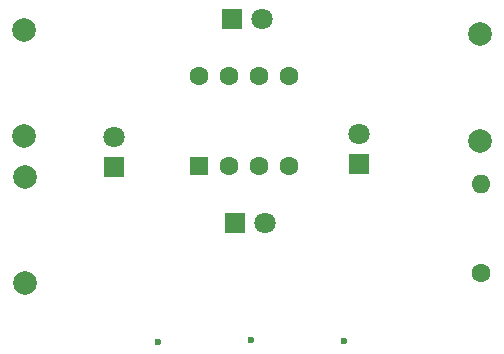
<source format=gbr>
G04 #@! TF.GenerationSoftware,KiCad,Pcbnew,(5.99.0-8045-ga69a4be853)*
G04 #@! TF.CreationDate,2021-01-01T20:50:11-08:00*
G04 #@! TF.ProjectId,gtb-6layer-no-mask,6774622d-366c-4617-9965-722d6e6f2d6d,rev?*
G04 #@! TF.SameCoordinates,Original*
G04 #@! TF.FileFunction,Copper,L1,Top*
G04 #@! TF.FilePolarity,Positive*
%FSLAX46Y46*%
G04 Gerber Fmt 4.6, Leading zero omitted, Abs format (unit mm)*
G04 Created by KiCad (PCBNEW (5.99.0-8045-ga69a4be853)) date 2021-01-01 20:50:11*
%MOMM*%
%LPD*%
G01*
G04 APERTURE LIST*
G04 #@! TA.AperFunction,ComponentPad*
%ADD10R,1.600000X1.600000*%
G04 #@! TD*
G04 #@! TA.AperFunction,ComponentPad*
%ADD11C,1.600000*%
G04 #@! TD*
G04 #@! TA.AperFunction,ComponentPad*
%ADD12C,1.998980*%
G04 #@! TD*
G04 #@! TA.AperFunction,ComponentPad*
%ADD13R,1.800000X1.800000*%
G04 #@! TD*
G04 #@! TA.AperFunction,ComponentPad*
%ADD14C,1.800000*%
G04 #@! TD*
G04 #@! TA.AperFunction,ComponentPad*
%ADD15O,1.600000X1.600000*%
G04 #@! TD*
G04 #@! TA.AperFunction,ViaPad*
%ADD16C,0.600000*%
G04 #@! TD*
G04 APERTURE END LIST*
D10*
X152070000Y-95270000D03*
D11*
X154610000Y-95270000D03*
X157150000Y-95270000D03*
X159690000Y-95270000D03*
X159690000Y-87650000D03*
X157150000Y-87650000D03*
X154610000Y-87650000D03*
X152070000Y-87650000D03*
D12*
X175940000Y-93100000D03*
X175940000Y-84100000D03*
X137340000Y-105170000D03*
X137340000Y-96170000D03*
X137280000Y-83730000D03*
X137280000Y-92730000D03*
D13*
X144920000Y-95340000D03*
D14*
X144920000Y-92800000D03*
D11*
X175960000Y-104290000D03*
D15*
X175960000Y-96790000D03*
D13*
X154880000Y-82800000D03*
D14*
X157420000Y-82800000D03*
D13*
X155120000Y-100090000D03*
D14*
X157660000Y-100090000D03*
D13*
X165640000Y-95080000D03*
D14*
X165640000Y-92540000D03*
D16*
X156480000Y-110010000D03*
X148600000Y-110150000D03*
X164420000Y-110080000D03*
M02*

</source>
